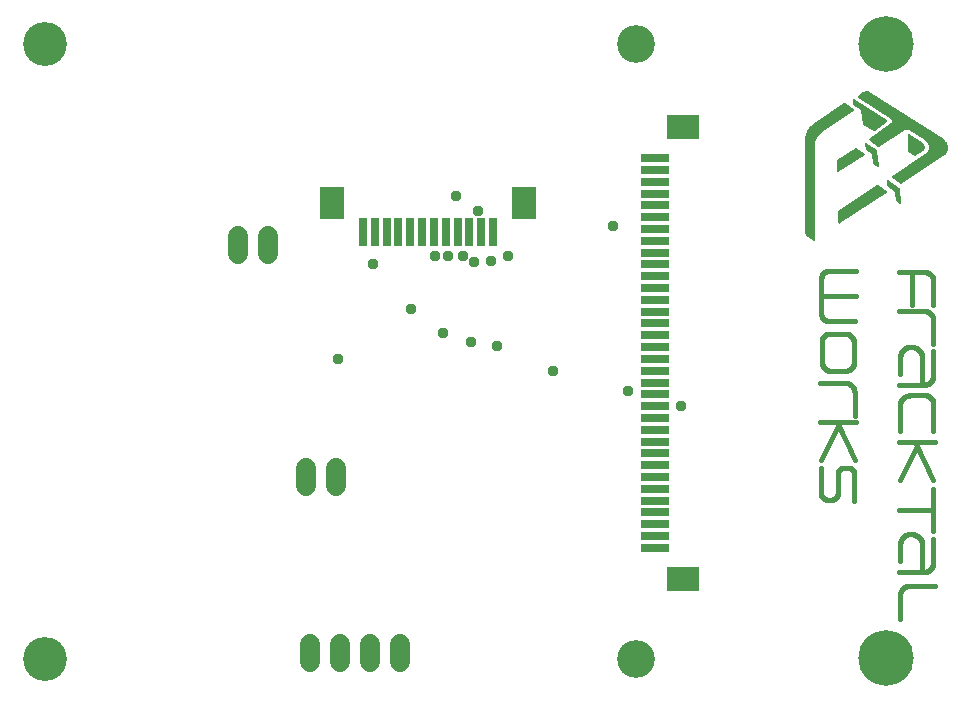
<source format=gbr>
G04 EAGLE Gerber RS-274X export*
G75*
%MOMM*%
%FSLAX34Y34*%
%LPD*%
%INSoldermask Top*%
%IPPOS*%
%AMOC8*
5,1,8,0,0,1.08239X$1,22.5*%
G01*
%ADD10C,4.703294*%
%ADD11C,3.203194*%
%ADD12C,3.712694*%
%ADD13R,2.403200X0.803200*%
%ADD14R,2.803200X2.003200*%
%ADD15C,1.727200*%
%ADD16C,0.406400*%
%ADD17R,0.803200X2.403200*%
%ADD18R,2.003200X2.803200*%
%ADD19C,0.959600*%

G36*
X891295Y537093D02*
X891295Y537093D01*
X891361Y537091D01*
X891384Y537100D01*
X891402Y537102D01*
X891435Y537122D01*
X891495Y537147D01*
X927309Y560769D01*
X927316Y560775D01*
X927326Y560780D01*
X928644Y561753D01*
X928665Y561777D01*
X928702Y561805D01*
X929796Y563024D01*
X929811Y563052D01*
X929842Y563086D01*
X930667Y564502D01*
X930676Y564533D01*
X930699Y564572D01*
X931220Y566125D01*
X931224Y566157D01*
X931238Y566201D01*
X931434Y567827D01*
X931431Y567859D01*
X931436Y567905D01*
X931299Y569538D01*
X931289Y569568D01*
X931285Y569614D01*
X930821Y571185D01*
X930805Y571213D01*
X930792Y571256D01*
X930020Y572702D01*
X929998Y572726D01*
X929976Y572766D01*
X928928Y574025D01*
X928902Y574044D01*
X928873Y574079D01*
X927591Y575099D01*
X927576Y575107D01*
X927560Y575122D01*
X866096Y614743D01*
X865121Y615410D01*
X865089Y615422D01*
X865046Y615450D01*
X863941Y615885D01*
X863907Y615890D01*
X863859Y615907D01*
X862686Y616085D01*
X862651Y616082D01*
X862600Y616088D01*
X861417Y616001D01*
X861384Y615990D01*
X861333Y615985D01*
X860199Y615636D01*
X860169Y615619D01*
X860121Y615602D01*
X859092Y615009D01*
X859078Y614997D01*
X859056Y614986D01*
X854230Y611430D01*
X854208Y611404D01*
X854180Y611385D01*
X854153Y611339D01*
X854118Y611298D01*
X854110Y611265D01*
X854092Y611235D01*
X854089Y611182D01*
X854076Y611130D01*
X854083Y611097D01*
X854081Y611062D01*
X854101Y611013D01*
X854113Y610961D01*
X854134Y610934D01*
X854147Y610902D01*
X854196Y610856D01*
X854221Y610825D01*
X854236Y610818D01*
X854252Y610803D01*
X882680Y592782D01*
X883145Y592395D01*
X883486Y591923D01*
X883700Y591382D01*
X883772Y590804D01*
X883700Y590226D01*
X883486Y589685D01*
X883145Y589213D01*
X882669Y588817D01*
X864136Y575108D01*
X864120Y575089D01*
X864100Y575077D01*
X864065Y575024D01*
X864024Y574976D01*
X864018Y574952D01*
X864005Y574932D01*
X863997Y574869D01*
X863982Y574808D01*
X863987Y574784D01*
X863984Y574760D01*
X864005Y574700D01*
X864019Y574638D01*
X864034Y574619D01*
X864042Y574597D01*
X864105Y574531D01*
X864127Y574503D01*
X864135Y574499D01*
X864142Y574492D01*
X872016Y568904D01*
X872075Y568880D01*
X872130Y568849D01*
X872154Y568848D01*
X872176Y568838D01*
X872240Y568843D01*
X872303Y568840D01*
X872328Y568849D01*
X872349Y568851D01*
X872382Y568870D01*
X872439Y568892D01*
X895039Y583113D01*
X895599Y583438D01*
X896182Y583620D01*
X896792Y583666D01*
X897396Y583576D01*
X897978Y583349D01*
X905247Y579106D01*
X912127Y574252D01*
X913143Y573301D01*
X913954Y572182D01*
X914538Y570930D01*
X914874Y569589D01*
X914949Y568209D01*
X914762Y566840D01*
X914318Y565532D01*
X913634Y564331D01*
X912734Y563282D01*
X911637Y562411D01*
X882697Y543625D01*
X882671Y543598D01*
X882639Y543579D01*
X882612Y543536D01*
X882577Y543500D01*
X882566Y543464D01*
X882546Y543433D01*
X882540Y543383D01*
X882525Y543335D01*
X882531Y543298D01*
X882526Y543261D01*
X882544Y543213D01*
X882551Y543164D01*
X882573Y543133D01*
X882586Y543098D01*
X882629Y543053D01*
X882651Y543022D01*
X882669Y543012D01*
X882687Y542994D01*
X891069Y537152D01*
X891130Y537128D01*
X891188Y537097D01*
X891210Y537096D01*
X891230Y537088D01*
X891295Y537093D01*
G37*
G36*
X818416Y488835D02*
X818416Y488835D01*
X818489Y488837D01*
X818502Y488844D01*
X818516Y488846D01*
X818577Y488885D01*
X818641Y488920D01*
X818649Y488932D01*
X818662Y488940D01*
X818699Y489002D01*
X818741Y489062D01*
X818744Y489077D01*
X818750Y489089D01*
X818753Y489127D01*
X818768Y489204D01*
X818768Y570971D01*
X818995Y572971D01*
X819535Y574903D01*
X820373Y576724D01*
X821490Y578389D01*
X822857Y579856D01*
X824452Y581097D01*
X852633Y599630D01*
X852660Y599658D01*
X852693Y599679D01*
X852718Y599720D01*
X852752Y599756D01*
X852764Y599793D01*
X852784Y599826D01*
X852789Y599875D01*
X852803Y599922D01*
X852797Y599960D01*
X852801Y599998D01*
X852784Y600044D01*
X852776Y600093D01*
X852753Y600124D01*
X852739Y600160D01*
X852697Y600203D01*
X852675Y600234D01*
X852656Y600244D01*
X852637Y600263D01*
X844001Y606105D01*
X843942Y606127D01*
X843887Y606157D01*
X843862Y606158D01*
X843839Y606167D01*
X843777Y606161D01*
X843713Y606163D01*
X843688Y606152D01*
X843667Y606150D01*
X843635Y606131D01*
X843579Y606108D01*
X819195Y590106D01*
X819190Y590100D01*
X819180Y590096D01*
X816904Y588441D01*
X816889Y588423D01*
X816862Y588405D01*
X814850Y586439D01*
X814837Y586418D01*
X814817Y586400D01*
X814815Y586398D01*
X814813Y586397D01*
X814525Y586018D01*
X814524Y586018D01*
X814235Y585638D01*
X813945Y585258D01*
X813945Y585257D01*
X813655Y584877D01*
X813365Y584497D01*
X813108Y584159D01*
X813098Y584137D01*
X813078Y584113D01*
X811714Y581651D01*
X811708Y581628D01*
X811691Y581601D01*
X810699Y578968D01*
X810696Y578944D01*
X810683Y578915D01*
X810083Y576166D01*
X810084Y576142D01*
X810076Y576111D01*
X809881Y573304D01*
X809883Y573292D01*
X809880Y573277D01*
X810134Y498347D01*
X810134Y498346D01*
X810134Y498345D01*
X810144Y496986D01*
X810152Y496952D01*
X810154Y496903D01*
X810459Y495578D01*
X810462Y495573D01*
X810462Y495568D01*
X810476Y495543D01*
X810487Y495499D01*
X811073Y494273D01*
X811095Y494246D01*
X811117Y494202D01*
X811957Y493133D01*
X811983Y493111D01*
X812015Y493073D01*
X813067Y492212D01*
X813084Y492204D01*
X813101Y492187D01*
X818181Y488885D01*
X818249Y488861D01*
X818316Y488831D01*
X818330Y488831D01*
X818344Y488826D01*
X818416Y488835D01*
G37*
G36*
X839432Y503931D02*
X839432Y503931D01*
X839463Y503940D01*
X839559Y503961D01*
X839873Y504094D01*
X839895Y504111D01*
X839931Y504125D01*
X880317Y530287D01*
X880348Y530320D01*
X880386Y530344D01*
X880407Y530381D01*
X880437Y530412D01*
X880451Y530455D01*
X880473Y530494D01*
X880476Y530536D01*
X880489Y530577D01*
X880482Y530622D01*
X880485Y530667D01*
X880469Y530706D01*
X880463Y530748D01*
X880437Y530785D01*
X880419Y530827D01*
X880383Y530862D01*
X880363Y530890D01*
X880340Y530902D01*
X880314Y530927D01*
X871932Y536261D01*
X871877Y536280D01*
X871826Y536307D01*
X871796Y536308D01*
X871769Y536318D01*
X871711Y536311D01*
X871653Y536313D01*
X871622Y536300D01*
X871597Y536297D01*
X871567Y536278D01*
X871519Y536258D01*
X837991Y514160D01*
X837972Y514139D01*
X837947Y514126D01*
X837913Y514077D01*
X837872Y514034D01*
X837863Y514007D01*
X837847Y513984D01*
X837832Y513905D01*
X837821Y513868D01*
X837823Y513856D01*
X837820Y513842D01*
X837820Y505206D01*
X837828Y505171D01*
X837831Y505115D01*
X837912Y504784D01*
X837927Y504756D01*
X837965Y504664D01*
X838154Y504381D01*
X838178Y504359D01*
X838244Y504286D01*
X838518Y504084D01*
X838548Y504071D01*
X838635Y504025D01*
X838962Y503928D01*
X838994Y503926D01*
X839092Y503912D01*
X839432Y503931D01*
G37*
G36*
X868731Y582051D02*
X868731Y582051D01*
X868788Y582051D01*
X868841Y582070D01*
X868897Y582080D01*
X868956Y582112D01*
X868999Y582128D01*
X869023Y582149D01*
X869062Y582169D01*
X879857Y590297D01*
X879902Y590346D01*
X879954Y590388D01*
X879978Y590428D01*
X880009Y590462D01*
X880035Y590523D01*
X880069Y590581D01*
X880077Y590626D01*
X880095Y590669D01*
X880097Y590736D01*
X880109Y590802D01*
X880101Y590847D01*
X880103Y590893D01*
X880082Y590957D01*
X880070Y591023D01*
X880047Y591063D01*
X880033Y591106D01*
X879991Y591159D01*
X879957Y591216D01*
X879917Y591251D01*
X879892Y591282D01*
X879858Y591302D01*
X879816Y591339D01*
X851876Y609119D01*
X851857Y609127D01*
X851841Y609139D01*
X851754Y609169D01*
X851668Y609204D01*
X851648Y609205D01*
X851629Y609211D01*
X851536Y609209D01*
X851444Y609212D01*
X851425Y609205D01*
X851404Y609205D01*
X851319Y609170D01*
X851231Y609141D01*
X851215Y609128D01*
X851197Y609120D01*
X851128Y609058D01*
X851056Y609000D01*
X851046Y608983D01*
X851031Y608969D01*
X850989Y608887D01*
X850941Y608807D01*
X850938Y608787D01*
X850928Y608769D01*
X850903Y608597D01*
X850901Y608586D01*
X850901Y608585D01*
X850901Y608584D01*
X850901Y604901D01*
X850901Y604899D01*
X850901Y604897D01*
X850921Y604788D01*
X850940Y604680D01*
X850941Y604678D01*
X850942Y604677D01*
X850998Y604583D01*
X851055Y604487D01*
X851056Y604486D01*
X851057Y604484D01*
X851200Y604363D01*
X857673Y600332D01*
X859160Y587934D01*
X859184Y587856D01*
X859201Y587776D01*
X859217Y587750D01*
X859226Y587720D01*
X859276Y587655D01*
X859319Y587585D01*
X859346Y587563D01*
X859362Y587542D01*
X859403Y587516D01*
X859464Y587466D01*
X868354Y582132D01*
X868407Y582112D01*
X868455Y582083D01*
X868511Y582073D01*
X868563Y582053D01*
X868620Y582052D01*
X868676Y582042D01*
X868731Y582051D01*
G37*
G36*
X837776Y547765D02*
X837776Y547765D01*
X837793Y547765D01*
X837827Y547784D01*
X837892Y547809D01*
X861260Y562287D01*
X861294Y562321D01*
X861334Y562347D01*
X861355Y562381D01*
X861383Y562409D01*
X861398Y562455D01*
X861423Y562496D01*
X861426Y562536D01*
X861438Y562573D01*
X861432Y562621D01*
X861436Y562669D01*
X861421Y562706D01*
X861415Y562745D01*
X861389Y562785D01*
X861371Y562829D01*
X861337Y562862D01*
X861319Y562889D01*
X861294Y562903D01*
X861266Y562930D01*
X853392Y568010D01*
X853337Y568029D01*
X853285Y568057D01*
X853256Y568058D01*
X853229Y568068D01*
X853170Y568061D01*
X853112Y568063D01*
X853081Y568051D01*
X853057Y568048D01*
X853027Y568028D01*
X852978Y568008D01*
X837484Y557848D01*
X837464Y557827D01*
X837439Y557814D01*
X837405Y557765D01*
X837364Y557722D01*
X837356Y557695D01*
X837339Y557672D01*
X837324Y557594D01*
X837313Y557557D01*
X837315Y557545D01*
X837312Y557530D01*
X837312Y548132D01*
X837327Y548065D01*
X837337Y547997D01*
X837347Y547982D01*
X837351Y547963D01*
X837395Y547910D01*
X837433Y547853D01*
X837450Y547844D01*
X837461Y547830D01*
X837524Y547802D01*
X837584Y547767D01*
X837602Y547766D01*
X837620Y547759D01*
X837688Y547761D01*
X837757Y547757D01*
X837776Y547765D01*
G37*
G36*
X903388Y560842D02*
X903388Y560842D01*
X903454Y560841D01*
X903498Y560857D01*
X903544Y560863D01*
X903619Y560900D01*
X903666Y560916D01*
X903684Y560932D01*
X903713Y560946D01*
X909936Y565264D01*
X909959Y565287D01*
X909996Y565311D01*
X910593Y565842D01*
X910623Y565882D01*
X910694Y565957D01*
X911147Y566615D01*
X911167Y566661D01*
X911217Y566750D01*
X911500Y567498D01*
X911509Y567547D01*
X911536Y567646D01*
X911632Y568439D01*
X911630Y568489D01*
X911632Y568592D01*
X911536Y569385D01*
X911522Y569433D01*
X911500Y569533D01*
X911217Y570281D01*
X911192Y570324D01*
X911147Y570416D01*
X910694Y571074D01*
X910658Y571110D01*
X910593Y571189D01*
X909996Y571720D01*
X909970Y571736D01*
X909940Y571764D01*
X898637Y579765D01*
X898608Y579779D01*
X898582Y579800D01*
X898507Y579826D01*
X898434Y579860D01*
X898401Y579863D01*
X898370Y579873D01*
X898290Y579872D01*
X898211Y579878D01*
X898179Y579869D01*
X898146Y579869D01*
X898072Y579839D01*
X897995Y579818D01*
X897968Y579798D01*
X897937Y579786D01*
X897878Y579733D01*
X897813Y579686D01*
X897795Y579658D01*
X897770Y579636D01*
X897733Y579566D01*
X897689Y579499D01*
X897681Y579467D01*
X897666Y579438D01*
X897651Y579341D01*
X897644Y579320D01*
X897644Y579307D01*
X897638Y579281D01*
X897639Y579268D01*
X897637Y579253D01*
X897510Y564648D01*
X897511Y564640D01*
X897510Y564632D01*
X897529Y564536D01*
X897529Y564508D01*
X897537Y564490D01*
X897548Y564426D01*
X897551Y564420D01*
X897553Y564412D01*
X897598Y564338D01*
X897614Y564300D01*
X897633Y564279D01*
X897660Y564232D01*
X897666Y564227D01*
X897670Y564221D01*
X897738Y564164D01*
X897765Y564134D01*
X897787Y564123D01*
X897814Y564100D01*
X903021Y560925D01*
X903064Y560909D01*
X903103Y560883D01*
X903168Y560868D01*
X903230Y560844D01*
X903277Y560844D01*
X903322Y560833D01*
X903388Y560842D01*
G37*
G36*
X891045Y520199D02*
X891045Y520199D01*
X891090Y520195D01*
X891155Y520214D01*
X891223Y520222D01*
X891263Y520243D01*
X891306Y520255D01*
X891361Y520295D01*
X891422Y520327D01*
X891452Y520360D01*
X891488Y520386D01*
X891526Y520443D01*
X891572Y520494D01*
X891588Y520535D01*
X891613Y520572D01*
X891629Y520639D01*
X891654Y520702D01*
X891656Y520754D01*
X891665Y520791D01*
X891660Y520831D01*
X891663Y520890D01*
X890393Y533717D01*
X890376Y533778D01*
X890368Y533842D01*
X890345Y533885D01*
X890332Y533932D01*
X890294Y533984D01*
X890264Y534041D01*
X890223Y534081D01*
X890199Y534113D01*
X890168Y534134D01*
X890129Y534171D01*
X880477Y541029D01*
X880437Y541048D01*
X880401Y541075D01*
X880336Y541096D01*
X880274Y541125D01*
X880230Y541128D01*
X880187Y541142D01*
X880119Y541138D01*
X880051Y541143D01*
X880008Y541131D01*
X879963Y541129D01*
X879900Y541102D01*
X879835Y541083D01*
X879798Y541057D01*
X879757Y541039D01*
X879708Y540992D01*
X879653Y540952D01*
X879628Y540914D01*
X879596Y540883D01*
X879566Y540822D01*
X879528Y540765D01*
X879518Y540721D01*
X879499Y540681D01*
X879489Y540598D01*
X879483Y540582D01*
X879484Y540576D01*
X879477Y540547D01*
X879480Y540524D01*
X879476Y540495D01*
X879603Y535796D01*
X879618Y535722D01*
X879625Y535646D01*
X879641Y535613D01*
X879649Y535576D01*
X879689Y535512D01*
X879721Y535444D01*
X879751Y535413D01*
X879768Y535386D01*
X879804Y535358D01*
X879852Y535309D01*
X886111Y530523D01*
X886845Y523303D01*
X886859Y523254D01*
X886860Y523233D01*
X886865Y523220D01*
X886870Y523181D01*
X886893Y523136D01*
X886907Y523087D01*
X886934Y523051D01*
X886944Y523026D01*
X886957Y523011D01*
X886973Y522981D01*
X887015Y522940D01*
X887040Y522907D01*
X887071Y522886D01*
X887074Y522883D01*
X887095Y522860D01*
X887101Y522857D01*
X887107Y522851D01*
X890663Y520311D01*
X890725Y520282D01*
X890782Y520244D01*
X890826Y520234D01*
X890866Y520215D01*
X890934Y520209D01*
X891001Y520194D01*
X891045Y520199D01*
G37*
G36*
X872270Y551696D02*
X872270Y551696D01*
X872314Y551694D01*
X872380Y551714D01*
X872447Y551725D01*
X872486Y551747D01*
X872528Y551760D01*
X872583Y551802D01*
X872642Y551836D01*
X872671Y551870D01*
X872706Y551897D01*
X872742Y551955D01*
X872787Y552008D01*
X872801Y552050D01*
X872825Y552087D01*
X872839Y552155D01*
X872862Y552219D01*
X872863Y552270D01*
X872870Y552307D01*
X872864Y552348D01*
X872865Y552407D01*
X871087Y565742D01*
X871081Y565759D01*
X871081Y565773D01*
X871067Y565808D01*
X871058Y565864D01*
X871033Y565908D01*
X871018Y565955D01*
X870979Y566005D01*
X870949Y566060D01*
X870905Y566099D01*
X870880Y566132D01*
X870848Y566151D01*
X870810Y566186D01*
X861666Y572282D01*
X861599Y572311D01*
X861537Y572348D01*
X861497Y572355D01*
X861460Y572371D01*
X861388Y572375D01*
X861316Y572388D01*
X861276Y572381D01*
X861236Y572383D01*
X861167Y572362D01*
X861095Y572349D01*
X861060Y572329D01*
X861022Y572317D01*
X860964Y572272D01*
X860901Y572236D01*
X860876Y572205D01*
X860844Y572180D01*
X860806Y572118D01*
X860760Y572062D01*
X860747Y572024D01*
X860725Y571990D01*
X860710Y571918D01*
X860687Y571850D01*
X860687Y571804D01*
X860680Y571770D01*
X860687Y571726D01*
X860686Y571662D01*
X861448Y566455D01*
X861469Y566394D01*
X861480Y566331D01*
X861504Y566289D01*
X861520Y566242D01*
X861560Y566193D01*
X861592Y566137D01*
X861635Y566099D01*
X861661Y566068D01*
X861693Y566048D01*
X861733Y566013D01*
X866817Y562745D01*
X867797Y554786D01*
X867809Y554744D01*
X867810Y554729D01*
X867818Y554709D01*
X867826Y554657D01*
X867849Y554616D01*
X867863Y554571D01*
X867886Y554541D01*
X867894Y554522D01*
X867913Y554500D01*
X867935Y554461D01*
X867976Y554424D01*
X868000Y554393D01*
X868027Y554376D01*
X868046Y554356D01*
X868059Y554349D01*
X868074Y554335D01*
X871884Y551795D01*
X871947Y551768D01*
X872006Y551732D01*
X872049Y551723D01*
X872090Y551706D01*
X872159Y551702D01*
X872226Y551689D01*
X872270Y551696D01*
G37*
D10*
X879124Y655606D03*
X879124Y135666D03*
D11*
X666774Y135536D03*
X666774Y655606D03*
D12*
X166774Y655606D03*
X166774Y135536D03*
D13*
X683230Y269310D03*
X683230Y259310D03*
X683230Y279310D03*
X683230Y249310D03*
D14*
X707230Y585310D03*
X707230Y203310D03*
D13*
X683230Y239310D03*
X683230Y229310D03*
X683230Y289310D03*
X683230Y299310D03*
X683230Y309310D03*
X683230Y319310D03*
X683230Y329310D03*
X683230Y339310D03*
X683230Y349310D03*
X683230Y359310D03*
X683230Y369310D03*
X683230Y379310D03*
X683230Y389310D03*
X683230Y399310D03*
X683230Y409310D03*
X683230Y419310D03*
X683230Y429310D03*
X683230Y439310D03*
X683230Y449310D03*
X683230Y459310D03*
X683230Y469310D03*
X683230Y479310D03*
X683230Y489310D03*
X683230Y499310D03*
X683230Y509310D03*
X683230Y519310D03*
X683230Y529310D03*
X683230Y539310D03*
X683230Y549310D03*
X683230Y559310D03*
D15*
X442062Y147576D02*
X442062Y132336D01*
X416662Y132336D02*
X416662Y147576D01*
X391262Y147576D02*
X391262Y132336D01*
X467462Y132336D02*
X467462Y147576D01*
X330200Y478155D02*
X330200Y493395D01*
X355600Y493395D02*
X355600Y478155D01*
X387350Y296545D02*
X387350Y281305D01*
X412750Y281305D02*
X412750Y296545D01*
D16*
X918718Y434848D02*
X918972Y454406D01*
X918972Y455168D01*
X918970Y455352D01*
X918963Y455536D01*
X918952Y455720D01*
X918936Y455903D01*
X918916Y456086D01*
X918892Y456269D01*
X918863Y456451D01*
X918830Y456632D01*
X918792Y456812D01*
X918751Y456992D01*
X918704Y457170D01*
X918654Y457347D01*
X918599Y457523D01*
X918540Y457697D01*
X918477Y457870D01*
X918409Y458041D01*
X918338Y458211D01*
X918262Y458379D01*
X918183Y458545D01*
X918099Y458709D01*
X918012Y458871D01*
X917920Y459031D01*
X917825Y459189D01*
X917726Y459344D01*
X917623Y459497D01*
X917517Y459647D01*
X917407Y459795D01*
X917293Y459940D01*
X917176Y460082D01*
X917056Y460221D01*
X916932Y460357D01*
X916805Y460491D01*
X916675Y460621D01*
X916541Y460748D01*
X916405Y460872D01*
X916266Y460992D01*
X916124Y461109D01*
X915979Y461223D01*
X915831Y461333D01*
X915681Y461439D01*
X915528Y461542D01*
X915373Y461641D01*
X915215Y461736D01*
X915055Y461828D01*
X914893Y461915D01*
X914729Y461999D01*
X914563Y462078D01*
X914395Y462154D01*
X914225Y462225D01*
X914054Y462293D01*
X913881Y462356D01*
X913707Y462415D01*
X913531Y462470D01*
X913354Y462520D01*
X913176Y462567D01*
X912996Y462608D01*
X912816Y462646D01*
X912635Y462679D01*
X912453Y462708D01*
X912270Y462732D01*
X912087Y462752D01*
X911904Y462768D01*
X911720Y462779D01*
X911536Y462786D01*
X911352Y462788D01*
X890016Y462788D01*
X900430Y460502D02*
X900430Y434848D01*
X918972Y421640D02*
X918972Y402082D01*
X918972Y421640D02*
X918970Y421837D01*
X918962Y422035D01*
X918950Y422231D01*
X918934Y422428D01*
X918912Y422624D01*
X918886Y422820D01*
X918855Y423015D01*
X918819Y423209D01*
X918779Y423402D01*
X918734Y423594D01*
X918684Y423785D01*
X918630Y423975D01*
X918571Y424163D01*
X918507Y424350D01*
X918439Y424535D01*
X918367Y424719D01*
X918290Y424900D01*
X918209Y425080D01*
X918123Y425258D01*
X918033Y425434D01*
X917939Y425607D01*
X917840Y425778D01*
X917738Y425947D01*
X917631Y426113D01*
X917521Y426276D01*
X917406Y426437D01*
X917288Y426595D01*
X917166Y426750D01*
X917040Y426902D01*
X916911Y427051D01*
X916778Y427196D01*
X916641Y427339D01*
X916501Y427478D01*
X916358Y427614D01*
X916211Y427746D01*
X916061Y427874D01*
X915909Y427999D01*
X915753Y428120D01*
X915594Y428238D01*
X915433Y428351D01*
X915269Y428460D01*
X915102Y428566D01*
X914932Y428667D01*
X914761Y428764D01*
X914587Y428857D01*
X914410Y428946D01*
X914232Y429031D01*
X914052Y429111D01*
X913870Y429187D01*
X913686Y429258D01*
X913500Y429325D01*
X913313Y429387D01*
X913124Y429445D01*
X912934Y429498D01*
X912743Y429546D01*
X912550Y429590D01*
X912357Y429629D01*
X912163Y429664D01*
X911967Y429693D01*
X911772Y429718D01*
X911575Y429739D01*
X911379Y429754D01*
X911182Y429765D01*
X910984Y429771D01*
X910787Y429772D01*
X910590Y429768D01*
X890016Y430022D01*
X918718Y395732D02*
X918718Y375412D01*
X918716Y375213D01*
X918708Y375015D01*
X918696Y374817D01*
X918679Y374619D01*
X918657Y374421D01*
X918631Y374224D01*
X918599Y374028D01*
X918563Y373833D01*
X918522Y373638D01*
X918477Y373445D01*
X918426Y373253D01*
X918371Y373062D01*
X918311Y372873D01*
X918247Y372685D01*
X918178Y372498D01*
X918105Y372314D01*
X918027Y372131D01*
X917944Y371950D01*
X917858Y371772D01*
X917767Y371595D01*
X917671Y371421D01*
X917572Y371249D01*
X917468Y371079D01*
X917360Y370913D01*
X917248Y370749D01*
X917132Y370587D01*
X917012Y370429D01*
X916889Y370273D01*
X916761Y370121D01*
X916630Y369972D01*
X916495Y369826D01*
X916357Y369683D01*
X916216Y369544D01*
X916070Y369408D01*
X915922Y369276D01*
X915771Y369147D01*
X915616Y369022D01*
X915459Y368901D01*
X915298Y368784D01*
X915135Y368671D01*
X914969Y368562D01*
X914800Y368457D01*
X914629Y368356D01*
X914455Y368260D01*
X914280Y368167D01*
X914101Y368079D01*
X913921Y367995D01*
X913739Y367916D01*
X913555Y367841D01*
X913369Y367771D01*
X913182Y367705D01*
X912993Y367644D01*
X912802Y367588D01*
X912611Y367536D01*
X912418Y367489D01*
X912223Y367447D01*
X912028Y367409D01*
X911833Y367376D01*
X911636Y367348D01*
X911439Y367325D01*
X911241Y367306D01*
X911043Y367293D01*
X910844Y367284D01*
X889762Y367538D01*
X890778Y376428D02*
X890778Y390652D01*
X890781Y390867D01*
X890788Y391083D01*
X890801Y391298D01*
X890820Y391513D01*
X890843Y391727D01*
X890872Y391940D01*
X890906Y392153D01*
X890945Y392365D01*
X890989Y392576D01*
X891038Y392786D01*
X891092Y392994D01*
X891151Y393201D01*
X891215Y393407D01*
X891285Y393611D01*
X891359Y393813D01*
X891438Y394014D01*
X891522Y394212D01*
X891610Y394409D01*
X891704Y394603D01*
X891802Y394795D01*
X891904Y394984D01*
X892012Y395171D01*
X892123Y395355D01*
X892240Y395537D01*
X892360Y395715D01*
X892485Y395891D01*
X892614Y396064D01*
X892747Y396233D01*
X892884Y396399D01*
X893025Y396562D01*
X893171Y396721D01*
X893320Y396877D01*
X893472Y397029D01*
X893628Y397177D01*
X893788Y397322D01*
X893952Y397462D01*
X894118Y397599D01*
X894288Y397731D01*
X894461Y397860D01*
X894637Y397984D01*
X894816Y398104D01*
X894998Y398219D01*
X895183Y398330D01*
X895370Y398437D01*
X895560Y398538D01*
X895753Y398636D01*
X895947Y398728D01*
X896144Y398816D01*
X896343Y398899D01*
X896543Y398978D01*
X896746Y399051D01*
X896950Y399119D01*
X897156Y399183D01*
X897364Y399241D01*
X897572Y399295D01*
X897782Y399343D01*
X897993Y399386D01*
X898205Y399424D01*
X898418Y399457D01*
X898632Y399485D01*
X898846Y399508D01*
X899061Y399525D01*
X899276Y399537D01*
X899492Y399544D01*
X899707Y399546D01*
X899922Y399542D01*
X900167Y399532D01*
X900411Y399516D01*
X900654Y399495D01*
X900897Y399467D01*
X901139Y399433D01*
X901380Y399394D01*
X901621Y399348D01*
X901860Y399297D01*
X902097Y399240D01*
X902334Y399177D01*
X902568Y399109D01*
X902801Y399035D01*
X903032Y398955D01*
X903261Y398869D01*
X903488Y398778D01*
X903713Y398682D01*
X903935Y398580D01*
X904154Y398472D01*
X904371Y398360D01*
X904585Y398242D01*
X904797Y398118D01*
X905005Y397990D01*
X905210Y397857D01*
X905411Y397719D01*
X905609Y397576D01*
X905804Y397428D01*
X905995Y397275D01*
X906182Y397118D01*
X906365Y396956D01*
X906545Y396790D01*
X906720Y396619D01*
X906891Y396445D01*
X907058Y396266D01*
X907220Y396083D01*
X907378Y395896D01*
X907531Y395706D01*
X907679Y395512D01*
X907823Y395314D01*
X907962Y395113D01*
X908096Y394908D01*
X908225Y394700D01*
X908348Y394490D01*
X908467Y394276D01*
X908580Y394059D01*
X908688Y393840D01*
X908791Y393618D01*
X908888Y393394D01*
X908980Y393167D01*
X909066Y392938D01*
X909066Y369316D01*
X918972Y350774D02*
X918972Y328422D01*
X918972Y350774D02*
X918970Y350967D01*
X918963Y351161D01*
X918951Y351354D01*
X918934Y351546D01*
X918913Y351739D01*
X918887Y351930D01*
X918856Y352121D01*
X918821Y352311D01*
X918781Y352501D01*
X918737Y352689D01*
X918688Y352876D01*
X918634Y353062D01*
X918576Y353246D01*
X918513Y353429D01*
X918446Y353610D01*
X918374Y353790D01*
X918298Y353968D01*
X918218Y354144D01*
X918134Y354318D01*
X918045Y354490D01*
X917952Y354659D01*
X917855Y354826D01*
X917754Y354991D01*
X917648Y355154D01*
X917539Y355313D01*
X917426Y355470D01*
X917310Y355625D01*
X917189Y355776D01*
X917065Y355924D01*
X916937Y356069D01*
X916806Y356211D01*
X916671Y356350D01*
X916533Y356486D01*
X916392Y356618D01*
X916248Y356746D01*
X916100Y356871D01*
X915949Y356993D01*
X915796Y357110D01*
X915639Y357224D01*
X915480Y357334D01*
X915319Y357440D01*
X915154Y357542D01*
X914988Y357640D01*
X914819Y357734D01*
X914647Y357824D01*
X914474Y357909D01*
X914298Y357990D01*
X914121Y358067D01*
X913942Y358140D01*
X913761Y358208D01*
X913578Y358272D01*
X913394Y358331D01*
X913208Y358386D01*
X913022Y358436D01*
X912834Y358481D01*
X912645Y358522D01*
X912455Y358559D01*
X912264Y358590D01*
X912072Y358617D01*
X911880Y358640D01*
X911688Y358657D01*
X911495Y358670D01*
X911302Y358678D01*
X911108Y358682D01*
X910915Y358681D01*
X910721Y358675D01*
X910528Y358664D01*
X910336Y358648D01*
X898906Y358394D01*
X898701Y358387D01*
X898496Y358375D01*
X898291Y358358D01*
X898087Y358336D01*
X897883Y358309D01*
X897681Y358277D01*
X897479Y358241D01*
X897278Y358199D01*
X897078Y358152D01*
X896879Y358101D01*
X896681Y358045D01*
X896485Y357984D01*
X896291Y357919D01*
X896098Y357848D01*
X895907Y357773D01*
X895717Y357694D01*
X895530Y357610D01*
X895345Y357521D01*
X895162Y357428D01*
X894981Y357331D01*
X894803Y357229D01*
X894627Y357123D01*
X894454Y357012D01*
X894284Y356898D01*
X894116Y356779D01*
X893951Y356656D01*
X893790Y356530D01*
X893631Y356399D01*
X893476Y356265D01*
X893324Y356127D01*
X893175Y355985D01*
X893030Y355840D01*
X892889Y355691D01*
X892751Y355539D01*
X892617Y355384D01*
X892486Y355225D01*
X892360Y355064D01*
X892237Y354899D01*
X892119Y354731D01*
X892004Y354561D01*
X891894Y354388D01*
X891788Y354212D01*
X891686Y354034D01*
X891589Y353853D01*
X891496Y353670D01*
X891407Y353485D01*
X891323Y353297D01*
X891244Y353108D01*
X891169Y352917D01*
X891099Y352724D01*
X891033Y352529D01*
X890972Y352333D01*
X890917Y352136D01*
X890865Y351937D01*
X890819Y351737D01*
X890778Y351536D01*
X890524Y328422D01*
X903732Y318770D02*
X919988Y318770D01*
X903732Y318770D02*
X889762Y318770D01*
X903732Y318770D02*
X918972Y286766D01*
X890270Y286766D02*
X904748Y315976D01*
X918464Y279146D02*
X918464Y243586D01*
X918718Y261112D02*
X890016Y261112D01*
X918718Y237236D02*
X918718Y216916D01*
X918716Y216717D01*
X918708Y216519D01*
X918696Y216321D01*
X918679Y216123D01*
X918657Y215925D01*
X918631Y215728D01*
X918599Y215532D01*
X918563Y215337D01*
X918522Y215142D01*
X918477Y214949D01*
X918426Y214757D01*
X918371Y214566D01*
X918311Y214377D01*
X918247Y214189D01*
X918178Y214002D01*
X918105Y213818D01*
X918027Y213635D01*
X917944Y213454D01*
X917858Y213276D01*
X917767Y213099D01*
X917671Y212925D01*
X917572Y212753D01*
X917468Y212583D01*
X917360Y212417D01*
X917248Y212253D01*
X917132Y212091D01*
X917012Y211933D01*
X916889Y211777D01*
X916761Y211625D01*
X916630Y211476D01*
X916495Y211330D01*
X916357Y211187D01*
X916216Y211048D01*
X916070Y210912D01*
X915922Y210780D01*
X915771Y210651D01*
X915616Y210526D01*
X915459Y210405D01*
X915298Y210288D01*
X915135Y210175D01*
X914969Y210066D01*
X914800Y209961D01*
X914629Y209860D01*
X914455Y209764D01*
X914280Y209671D01*
X914101Y209583D01*
X913921Y209499D01*
X913739Y209420D01*
X913555Y209345D01*
X913369Y209275D01*
X913182Y209209D01*
X912993Y209148D01*
X912802Y209092D01*
X912611Y209040D01*
X912418Y208993D01*
X912223Y208951D01*
X912028Y208913D01*
X911833Y208880D01*
X911636Y208852D01*
X911439Y208829D01*
X911241Y208810D01*
X911043Y208797D01*
X910844Y208788D01*
X889762Y209042D01*
X890778Y217932D02*
X890778Y232156D01*
X890781Y232371D01*
X890788Y232587D01*
X890801Y232802D01*
X890820Y233017D01*
X890843Y233231D01*
X890872Y233444D01*
X890906Y233657D01*
X890945Y233869D01*
X890989Y234080D01*
X891038Y234290D01*
X891092Y234498D01*
X891151Y234705D01*
X891215Y234911D01*
X891285Y235115D01*
X891359Y235317D01*
X891438Y235518D01*
X891522Y235716D01*
X891610Y235913D01*
X891704Y236107D01*
X891802Y236299D01*
X891904Y236488D01*
X892012Y236675D01*
X892123Y236859D01*
X892240Y237041D01*
X892360Y237219D01*
X892485Y237395D01*
X892614Y237568D01*
X892747Y237737D01*
X892884Y237903D01*
X893025Y238066D01*
X893171Y238225D01*
X893320Y238381D01*
X893472Y238533D01*
X893628Y238681D01*
X893788Y238826D01*
X893952Y238966D01*
X894118Y239103D01*
X894288Y239235D01*
X894461Y239364D01*
X894637Y239488D01*
X894816Y239608D01*
X894998Y239723D01*
X895183Y239834D01*
X895370Y239941D01*
X895560Y240042D01*
X895753Y240140D01*
X895947Y240232D01*
X896144Y240320D01*
X896343Y240403D01*
X896543Y240482D01*
X896746Y240555D01*
X896950Y240623D01*
X897156Y240687D01*
X897364Y240745D01*
X897572Y240799D01*
X897782Y240847D01*
X897993Y240890D01*
X898205Y240928D01*
X898418Y240961D01*
X898632Y240989D01*
X898846Y241012D01*
X899061Y241029D01*
X899276Y241041D01*
X899492Y241048D01*
X899707Y241050D01*
X899922Y241046D01*
X900167Y241036D01*
X900411Y241020D01*
X900654Y240999D01*
X900897Y240971D01*
X901139Y240937D01*
X901380Y240898D01*
X901621Y240852D01*
X901860Y240801D01*
X902097Y240744D01*
X902334Y240681D01*
X902568Y240613D01*
X902801Y240539D01*
X903032Y240459D01*
X903261Y240373D01*
X903488Y240282D01*
X903713Y240186D01*
X903935Y240084D01*
X904154Y239976D01*
X904371Y239864D01*
X904585Y239746D01*
X904797Y239622D01*
X905005Y239494D01*
X905210Y239361D01*
X905411Y239223D01*
X905609Y239080D01*
X905804Y238932D01*
X905995Y238779D01*
X906182Y238622D01*
X906365Y238460D01*
X906545Y238294D01*
X906720Y238123D01*
X906891Y237949D01*
X907058Y237770D01*
X907220Y237587D01*
X907378Y237400D01*
X907531Y237210D01*
X907679Y237016D01*
X907823Y236818D01*
X907962Y236617D01*
X908096Y236412D01*
X908225Y236204D01*
X908348Y235994D01*
X908467Y235780D01*
X908580Y235563D01*
X908688Y235344D01*
X908791Y235122D01*
X908888Y234898D01*
X908980Y234671D01*
X909066Y234442D01*
X909066Y210820D01*
X898906Y197358D02*
X920242Y197358D01*
X898906Y197358D02*
X898706Y197356D01*
X898505Y197348D01*
X898305Y197336D01*
X898106Y197319D01*
X897906Y197297D01*
X897708Y197270D01*
X897510Y197238D01*
X897313Y197201D01*
X897117Y197160D01*
X896922Y197113D01*
X896728Y197062D01*
X896535Y197006D01*
X896344Y196946D01*
X896155Y196881D01*
X895967Y196811D01*
X895781Y196736D01*
X895597Y196657D01*
X895414Y196574D01*
X895234Y196486D01*
X895056Y196394D01*
X894881Y196297D01*
X894708Y196196D01*
X894537Y196091D01*
X894369Y195982D01*
X894204Y195868D01*
X894041Y195751D01*
X893882Y195630D01*
X893725Y195504D01*
X893572Y195375D01*
X893422Y195243D01*
X893275Y195106D01*
X893131Y194966D01*
X892991Y194823D01*
X892855Y194676D01*
X892722Y194526D01*
X892593Y194372D01*
X892468Y194216D01*
X892347Y194057D01*
X892229Y193894D01*
X892116Y193729D01*
X892006Y193561D01*
X891901Y193390D01*
X891800Y193217D01*
X891704Y193041D01*
X891611Y192864D01*
X891523Y192683D01*
X891440Y192501D01*
X891361Y192317D01*
X891287Y192131D01*
X891217Y191943D01*
X891151Y191754D01*
X891091Y191562D01*
X891035Y191370D01*
X890984Y191176D01*
X890938Y190981D01*
X890896Y190785D01*
X890859Y190588D01*
X890828Y190390D01*
X890801Y190192D01*
X890778Y189992D01*
X890524Y169164D01*
X853440Y464058D02*
X830834Y464058D01*
X830667Y464056D01*
X830500Y464050D01*
X830333Y464040D01*
X830167Y464025D01*
X830000Y464007D01*
X829835Y463985D01*
X829670Y463959D01*
X829505Y463928D01*
X829342Y463894D01*
X829179Y463856D01*
X829018Y463813D01*
X828857Y463767D01*
X828698Y463717D01*
X828539Y463663D01*
X828383Y463605D01*
X828227Y463544D01*
X828073Y463478D01*
X827921Y463409D01*
X827771Y463336D01*
X827622Y463260D01*
X827475Y463180D01*
X827331Y463097D01*
X827188Y463009D01*
X827048Y462919D01*
X826909Y462825D01*
X826773Y462728D01*
X826640Y462627D01*
X826509Y462524D01*
X826380Y462417D01*
X826255Y462307D01*
X826131Y462194D01*
X826011Y462078D01*
X825894Y461959D01*
X825779Y461837D01*
X825668Y461713D01*
X825559Y461586D01*
X825454Y461456D01*
X825352Y461324D01*
X825253Y461189D01*
X825157Y461052D01*
X825065Y460912D01*
X824976Y460771D01*
X824891Y460627D01*
X824809Y460481D01*
X824731Y460334D01*
X824656Y460184D01*
X824585Y460033D01*
X824518Y459880D01*
X824454Y459725D01*
X824395Y459569D01*
X824339Y459412D01*
X824287Y459253D01*
X824239Y459093D01*
X824194Y458932D01*
X824154Y458770D01*
X824118Y458607D01*
X824085Y458443D01*
X824057Y458278D01*
X824033Y458113D01*
X824012Y457947D01*
X823996Y457780D01*
X823984Y457614D01*
X823976Y457447D01*
X823972Y457280D01*
X823971Y457113D01*
X823976Y456946D01*
X823976Y427482D01*
X823978Y427331D01*
X823984Y427179D01*
X823994Y427028D01*
X824007Y426877D01*
X824025Y426727D01*
X824046Y426577D01*
X824072Y426427D01*
X824101Y426279D01*
X824134Y426131D01*
X824171Y425984D01*
X824211Y425838D01*
X824256Y425693D01*
X824304Y425549D01*
X824356Y425407D01*
X824411Y425266D01*
X824470Y425126D01*
X824533Y424989D01*
X824599Y424852D01*
X824669Y424718D01*
X824742Y424585D01*
X824818Y424454D01*
X824898Y424326D01*
X824982Y424199D01*
X825068Y424075D01*
X825158Y423953D01*
X825250Y423833D01*
X825346Y423715D01*
X825445Y423601D01*
X825547Y423488D01*
X825652Y423379D01*
X825759Y423272D01*
X825869Y423168D01*
X825982Y423067D01*
X826097Y422969D01*
X826215Y422874D01*
X826335Y422781D01*
X826458Y422692D01*
X826583Y422607D01*
X826710Y422524D01*
X826839Y422445D01*
X826970Y422369D01*
X827104Y422297D01*
X827238Y422228D01*
X827375Y422163D01*
X827513Y422101D01*
X827653Y422042D01*
X827794Y421988D01*
X827937Y421937D01*
X828081Y421889D01*
X828226Y421846D01*
X828372Y421806D01*
X828520Y421770D01*
X828668Y421738D01*
X828816Y421710D01*
X828966Y421685D01*
X829116Y421665D01*
X829267Y421648D01*
X829418Y421635D01*
X829569Y421626D01*
X829720Y421621D01*
X829872Y421620D01*
X830023Y421623D01*
X830175Y421630D01*
X830326Y421640D01*
X852678Y421640D01*
X853186Y442976D02*
X824230Y442976D01*
X842772Y410718D02*
X845312Y410718D01*
X842772Y410718D02*
X831596Y410718D01*
X831422Y410722D01*
X831249Y410721D01*
X831076Y410717D01*
X830903Y410708D01*
X830731Y410695D01*
X830559Y410678D01*
X830387Y410657D01*
X830216Y410631D01*
X830045Y410601D01*
X829875Y410568D01*
X829706Y410530D01*
X829538Y410488D01*
X829372Y410442D01*
X829206Y410391D01*
X829041Y410337D01*
X828878Y410279D01*
X828717Y410217D01*
X828557Y410151D01*
X828398Y410081D01*
X828242Y410008D01*
X828087Y409930D01*
X827934Y409849D01*
X827783Y409764D01*
X827634Y409676D01*
X827488Y409583D01*
X827343Y409488D01*
X827202Y409389D01*
X827062Y409286D01*
X826925Y409180D01*
X826791Y409071D01*
X826659Y408958D01*
X826530Y408843D01*
X826404Y408724D01*
X826281Y408602D01*
X826161Y408478D01*
X826044Y408350D01*
X825930Y408220D01*
X825820Y408087D01*
X825712Y407951D01*
X825608Y407812D01*
X825508Y407672D01*
X825411Y407528D01*
X825317Y407383D01*
X825227Y407235D01*
X825140Y407085D01*
X825057Y406933D01*
X824978Y406779D01*
X824903Y406623D01*
X824831Y406466D01*
X824764Y406306D01*
X824700Y406145D01*
X824640Y405983D01*
X824584Y405819D01*
X824532Y405654D01*
X824484Y405488D01*
X824440Y405320D01*
X824401Y405152D01*
X824365Y404982D01*
X824334Y404812D01*
X824306Y404641D01*
X824283Y404470D01*
X824264Y404298D01*
X824249Y404125D01*
X824239Y403952D01*
X824232Y403779D01*
X824230Y403606D01*
X824230Y387350D01*
X824232Y387148D01*
X824240Y386945D01*
X824252Y386743D01*
X824269Y386542D01*
X824292Y386341D01*
X824319Y386140D01*
X824351Y385940D01*
X824387Y385741D01*
X824429Y385543D01*
X824475Y385346D01*
X824527Y385151D01*
X824583Y384956D01*
X824643Y384763D01*
X824709Y384572D01*
X824779Y384382D01*
X824853Y384194D01*
X824932Y384008D01*
X825016Y383823D01*
X825104Y383641D01*
X825197Y383461D01*
X825294Y383284D01*
X825395Y383108D01*
X825500Y382936D01*
X825610Y382766D01*
X825724Y382598D01*
X825842Y382434D01*
X825963Y382272D01*
X826089Y382114D01*
X826219Y381958D01*
X826352Y381806D01*
X826489Y381657D01*
X826629Y381511D01*
X826773Y381369D01*
X826921Y381230D01*
X827072Y381096D01*
X827226Y380964D01*
X827383Y380837D01*
X827543Y380713D01*
X827706Y380594D01*
X827872Y380478D01*
X828041Y380366D01*
X828213Y380259D01*
X828387Y380156D01*
X828563Y380057D01*
X828742Y379962D01*
X828923Y379872D01*
X829106Y379786D01*
X829292Y379705D01*
X829479Y379628D01*
X829668Y379556D01*
X829859Y379489D01*
X830051Y379426D01*
X830245Y379368D01*
X830440Y379314D01*
X830637Y379266D01*
X830834Y379222D01*
X844296Y379222D01*
X844479Y379224D01*
X844661Y379231D01*
X844844Y379242D01*
X845026Y379258D01*
X845207Y379278D01*
X845388Y379303D01*
X845569Y379332D01*
X845748Y379365D01*
X845927Y379403D01*
X846105Y379445D01*
X846281Y379492D01*
X846457Y379542D01*
X846631Y379598D01*
X846804Y379657D01*
X846975Y379721D01*
X847145Y379788D01*
X847313Y379860D01*
X847479Y379936D01*
X847643Y380016D01*
X847805Y380101D01*
X847965Y380189D01*
X848123Y380281D01*
X848279Y380376D01*
X848432Y380476D01*
X848582Y380579D01*
X848731Y380686D01*
X848876Y380797D01*
X849019Y380911D01*
X849158Y381029D01*
X849295Y381150D01*
X849429Y381274D01*
X849560Y381401D01*
X849688Y381532D01*
X849812Y381666D01*
X849933Y381803D01*
X850051Y381942D01*
X850165Y382085D01*
X850276Y382230D01*
X850383Y382378D01*
X850486Y382529D01*
X850586Y382682D01*
X850682Y382838D01*
X850774Y382995D01*
X850862Y383155D01*
X850946Y383318D01*
X851026Y383482D01*
X851103Y383648D01*
X851175Y383816D01*
X851243Y383985D01*
X851306Y384156D01*
X851366Y384329D01*
X851421Y384503D01*
X851472Y384679D01*
X851519Y384855D01*
X851561Y385033D01*
X851599Y385212D01*
X851633Y385391D01*
X851662Y385572D01*
X851662Y390144D01*
X851662Y402590D01*
X851662Y402844D02*
X851662Y390144D01*
X851662Y402844D02*
X851660Y403038D01*
X851652Y403233D01*
X851641Y403427D01*
X851624Y403621D01*
X851602Y403814D01*
X851576Y404007D01*
X851545Y404199D01*
X851510Y404390D01*
X851470Y404580D01*
X851425Y404769D01*
X851375Y404958D01*
X851321Y405144D01*
X851262Y405330D01*
X851199Y405514D01*
X851132Y405696D01*
X851059Y405877D01*
X850983Y406055D01*
X850902Y406232D01*
X850817Y406407D01*
X850727Y406580D01*
X850633Y406750D01*
X850536Y406918D01*
X850434Y407084D01*
X850328Y407247D01*
X850218Y407407D01*
X850104Y407565D01*
X849986Y407720D01*
X849865Y407872D01*
X849740Y408021D01*
X849611Y408167D01*
X849479Y408309D01*
X849343Y408448D01*
X849204Y408584D01*
X849062Y408717D01*
X848916Y408846D01*
X848767Y408971D01*
X848616Y409093D01*
X848461Y409211D01*
X848303Y409325D01*
X848143Y409435D01*
X847980Y409541D01*
X847815Y409643D01*
X847647Y409741D01*
X847476Y409835D01*
X847304Y409925D01*
X847129Y410011D01*
X846953Y410092D01*
X846774Y410169D01*
X846593Y410241D01*
X846411Y410309D01*
X846227Y410373D01*
X846042Y410432D01*
X845855Y410486D01*
X845667Y410536D01*
X845478Y410581D01*
X845288Y410622D01*
X845097Y410657D01*
X844905Y410689D01*
X844712Y410715D01*
X844519Y410737D01*
X844325Y410754D01*
X844131Y410766D01*
X843937Y410773D01*
X843742Y410776D01*
X843548Y410774D01*
X843353Y410767D01*
X843159Y410755D01*
X842965Y410739D01*
X842772Y410718D01*
X852170Y360680D02*
X852170Y340868D01*
X852170Y360680D02*
X852168Y360884D01*
X852160Y361087D01*
X852148Y361291D01*
X852131Y361493D01*
X852108Y361696D01*
X852081Y361898D01*
X852050Y362099D01*
X852013Y362299D01*
X851971Y362499D01*
X851925Y362697D01*
X851874Y362894D01*
X851818Y363090D01*
X851757Y363284D01*
X851692Y363477D01*
X851622Y363669D01*
X851547Y363858D01*
X851468Y364046D01*
X851384Y364232D01*
X851296Y364415D01*
X851204Y364597D01*
X851107Y364776D01*
X851005Y364953D01*
X850900Y365127D01*
X850790Y365298D01*
X850677Y365467D01*
X850559Y365634D01*
X850437Y365797D01*
X850311Y365957D01*
X850182Y366114D01*
X850048Y366268D01*
X849911Y366419D01*
X849771Y366566D01*
X849627Y366710D01*
X849479Y366850D01*
X849328Y366987D01*
X849174Y367120D01*
X849017Y367250D01*
X848856Y367375D01*
X848693Y367497D01*
X848526Y367614D01*
X848357Y367728D01*
X848185Y367837D01*
X848011Y367942D01*
X847834Y368043D01*
X847655Y368140D01*
X847473Y368232D01*
X847289Y368320D01*
X847104Y368403D01*
X846916Y368482D01*
X846726Y368556D01*
X846535Y368626D01*
X846342Y368691D01*
X846147Y368752D01*
X845951Y368807D01*
X845754Y368858D01*
X845556Y368904D01*
X845356Y368945D01*
X845156Y368982D01*
X844955Y369013D01*
X844753Y369040D01*
X844550Y369062D01*
X823214Y369062D01*
X836930Y335534D02*
X853186Y335534D01*
X836930Y335534D02*
X822960Y335534D01*
X836930Y335534D02*
X852170Y303530D01*
X823468Y303530D02*
X837946Y332740D01*
X851916Y291846D02*
X851662Y268986D01*
X851916Y291846D02*
X851915Y291990D01*
X851911Y292133D01*
X851903Y292277D01*
X851891Y292420D01*
X851875Y292563D01*
X851856Y292705D01*
X851832Y292847D01*
X851805Y292988D01*
X851774Y293129D01*
X851739Y293268D01*
X851700Y293406D01*
X851658Y293544D01*
X851612Y293680D01*
X851562Y293815D01*
X851509Y293948D01*
X851452Y294080D01*
X851391Y294211D01*
X851327Y294340D01*
X851260Y294467D01*
X851189Y294592D01*
X851115Y294715D01*
X851038Y294836D01*
X850957Y294955D01*
X850873Y295072D01*
X850786Y295186D01*
X850696Y295298D01*
X850603Y295408D01*
X850507Y295515D01*
X850409Y295619D01*
X850307Y295721D01*
X850203Y295820D01*
X850096Y295916D01*
X849986Y296009D01*
X849874Y296100D01*
X849760Y296187D01*
X849644Y296271D01*
X849525Y296352D01*
X849404Y296429D01*
X849281Y296504D01*
X849156Y296575D01*
X849029Y296642D01*
X848900Y296706D01*
X848770Y296767D01*
X848638Y296824D01*
X848504Y296878D01*
X848370Y296928D01*
X848234Y296974D01*
X848096Y297017D01*
X847958Y297055D01*
X847818Y297091D01*
X847678Y297122D01*
X847537Y297149D01*
X847395Y297173D01*
X847253Y297193D01*
X847110Y297209D01*
X846967Y297221D01*
X846823Y297230D01*
X846680Y297234D01*
X846536Y297235D01*
X846392Y297231D01*
X846249Y297224D01*
X846105Y297213D01*
X845962Y297198D01*
X845820Y297180D01*
X845652Y297158D01*
X845483Y297140D01*
X845313Y297125D01*
X845144Y297115D01*
X844974Y297109D01*
X844804Y297107D01*
X844634Y297109D01*
X844464Y297115D01*
X844295Y297125D01*
X844125Y297140D01*
X843956Y297158D01*
X843788Y297180D01*
X843648Y297198D01*
X843507Y297213D01*
X843367Y297223D01*
X843225Y297230D01*
X843084Y297233D01*
X842943Y297232D01*
X842802Y297227D01*
X842661Y297218D01*
X842520Y297205D01*
X842380Y297188D01*
X842240Y297168D01*
X842101Y297144D01*
X841962Y297115D01*
X841824Y297083D01*
X841688Y297047D01*
X841552Y297008D01*
X841418Y296964D01*
X841284Y296917D01*
X841153Y296867D01*
X841022Y296812D01*
X840893Y296755D01*
X840766Y296693D01*
X840640Y296628D01*
X840517Y296560D01*
X840395Y296488D01*
X840275Y296413D01*
X840158Y296335D01*
X840042Y296253D01*
X839929Y296168D01*
X839819Y296080D01*
X839710Y295989D01*
X839605Y295896D01*
X839502Y295799D01*
X839401Y295699D01*
X839304Y295597D01*
X839209Y295492D01*
X839118Y295385D01*
X839029Y295275D01*
X838943Y295162D01*
X838861Y295048D01*
X838781Y294931D01*
X838705Y294812D01*
X838633Y294690D01*
X838563Y294567D01*
X838497Y294442D01*
X838435Y294316D01*
X838376Y294187D01*
X838321Y294057D01*
X838269Y293926D01*
X838221Y293793D01*
X838176Y293659D01*
X838136Y293523D01*
X838099Y293387D01*
X838066Y293250D01*
X838036Y293111D01*
X838011Y292972D01*
X837989Y292833D01*
X837971Y292693D01*
X837957Y292552D01*
X837947Y292411D01*
X837941Y292270D01*
X837939Y292129D01*
X837941Y291987D01*
X837946Y291846D01*
X837946Y275590D01*
X837944Y275444D01*
X837938Y275299D01*
X837929Y275154D01*
X837916Y275009D01*
X837898Y274864D01*
X837877Y274720D01*
X837853Y274576D01*
X837824Y274433D01*
X837792Y274291D01*
X837756Y274150D01*
X837717Y274010D01*
X837674Y273871D01*
X837627Y273733D01*
X837576Y273596D01*
X837522Y273461D01*
X837465Y273327D01*
X837404Y273195D01*
X837339Y273065D01*
X837271Y272936D01*
X837200Y272809D01*
X837126Y272684D01*
X837048Y272560D01*
X836967Y272439D01*
X836883Y272320D01*
X836796Y272204D01*
X836705Y272089D01*
X836612Y271978D01*
X836516Y271868D01*
X836417Y271761D01*
X836316Y271657D01*
X836211Y271555D01*
X836104Y271457D01*
X835995Y271361D01*
X835883Y271268D01*
X835768Y271178D01*
X835651Y271090D01*
X835532Y271006D01*
X835411Y270926D01*
X835288Y270848D01*
X835163Y270774D01*
X835036Y270703D01*
X834907Y270635D01*
X834776Y270571D01*
X834644Y270510D01*
X834643Y270510D02*
X834446Y270425D01*
X834246Y270345D01*
X834044Y270269D01*
X833840Y270199D01*
X833635Y270134D01*
X833428Y270073D01*
X833220Y270018D01*
X833010Y269968D01*
X832800Y269922D01*
X832588Y269882D01*
X832375Y269848D01*
X832162Y269818D01*
X831948Y269794D01*
X831733Y269774D01*
X831518Y269760D01*
X831303Y269752D01*
X831088Y269748D01*
X830891Y269750D01*
X830695Y269756D01*
X830499Y269767D01*
X830303Y269782D01*
X830108Y269803D01*
X829913Y269828D01*
X829719Y269858D01*
X829526Y269892D01*
X829333Y269931D01*
X829142Y269974D01*
X828951Y270023D01*
X828762Y270075D01*
X828574Y270133D01*
X828388Y270194D01*
X828203Y270260D01*
X828020Y270331D01*
X827838Y270406D01*
X827658Y270485D01*
X827481Y270569D01*
X827305Y270657D01*
X827132Y270749D01*
X826960Y270845D01*
X826791Y270945D01*
X826625Y271049D01*
X826461Y271158D01*
X826300Y271270D01*
X826141Y271386D01*
X825986Y271505D01*
X825833Y271629D01*
X825683Y271756D01*
X825536Y271887D01*
X825393Y272021D01*
X825253Y272158D01*
X825116Y272299D01*
X824982Y272443D01*
X824852Y272590D01*
X824726Y272740D01*
X824603Y272894D01*
X824484Y273050D01*
X824413Y273149D01*
X824344Y273251D01*
X824279Y273354D01*
X824218Y273459D01*
X824159Y273567D01*
X824104Y273676D01*
X824052Y273786D01*
X824004Y273899D01*
X823959Y274012D01*
X823918Y274127D01*
X823881Y274244D01*
X823847Y274361D01*
X823817Y274479D01*
X823790Y274599D01*
X823768Y274719D01*
X823749Y274839D01*
X823733Y274960D01*
X823722Y275082D01*
X823722Y296672D01*
D17*
X506010Y497000D03*
X516010Y497000D03*
X496010Y497000D03*
X526010Y497000D03*
D18*
X410010Y521000D03*
X572010Y521000D03*
D17*
X536010Y497000D03*
X546010Y497000D03*
X486010Y497000D03*
X476010Y497000D03*
X466010Y497000D03*
X456010Y497000D03*
X446010Y497000D03*
X436010Y497000D03*
D19*
X527050Y403225D03*
X508000Y476250D03*
X549275Y400050D03*
X520700Y476250D03*
X558800Y476250D03*
X596900Y379310D03*
X533400Y514350D03*
X544576Y472440D03*
X660400Y361950D03*
X529590Y471678D03*
X514350Y527050D03*
X647700Y501650D03*
X704850Y349250D03*
X503428Y411226D03*
X496556Y476250D03*
X476250Y431800D03*
X444500Y469900D03*
X414710Y389310D03*
M02*

</source>
